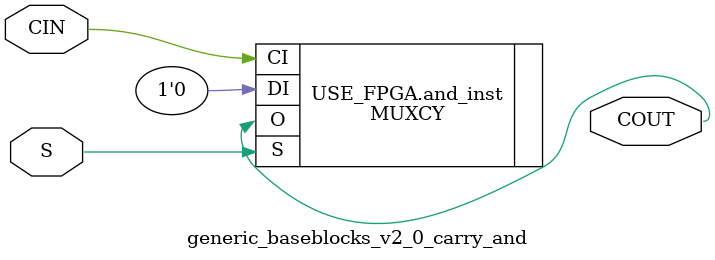
<source format=v>
`timescale 1ps/1ps


module generic_baseblocks_v2_0_carry_and #
  (
   parameter         C_FAMILY                         = "virtex6"
                       // FPGA Family. Current version: virtex6 or spartan6.
   )
  (
   input  wire        CIN,
   input  wire        S,
   output wire        COUT
   );
  
  
  /////////////////////////////////////////////////////////////////////////////
  // Variables for generating parameter controlled instances.
  /////////////////////////////////////////////////////////////////////////////
  
  
  /////////////////////////////////////////////////////////////////////////////
  // Local params
  /////////////////////////////////////////////////////////////////////////////
  
  
  /////////////////////////////////////////////////////////////////////////////
  // Functions
  /////////////////////////////////////////////////////////////////////////////
  
  
  /////////////////////////////////////////////////////////////////////////////
  // Internal signals
  /////////////////////////////////////////////////////////////////////////////

  
  /////////////////////////////////////////////////////////////////////////////
  // Instantiate or use RTL code
  /////////////////////////////////////////////////////////////////////////////
  
  generate
    if ( C_FAMILY == "rtl" ) begin : USE_RTL
      assign COUT = CIN & S;
      
    end else begin : USE_FPGA
      MUXCY and_inst 
      (
       .O (COUT), 
       .CI (CIN), 
       .DI (1'b0), 
       .S (S)
      ); 
      
    end
  endgenerate
  
  
endmodule

</source>
